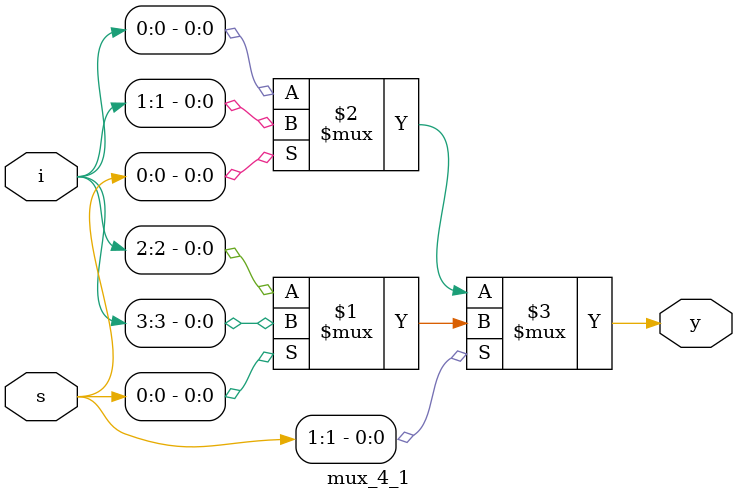
<source format=v>
`timescale 1ns / 1ps


module mux_4_1(input [3:0]i,input [1:0]s, output y);
    assign y = s[1]?(s[0]?i[3]:i[2]):(s[0]?i[1]:i[0]);
endmodule

</source>
